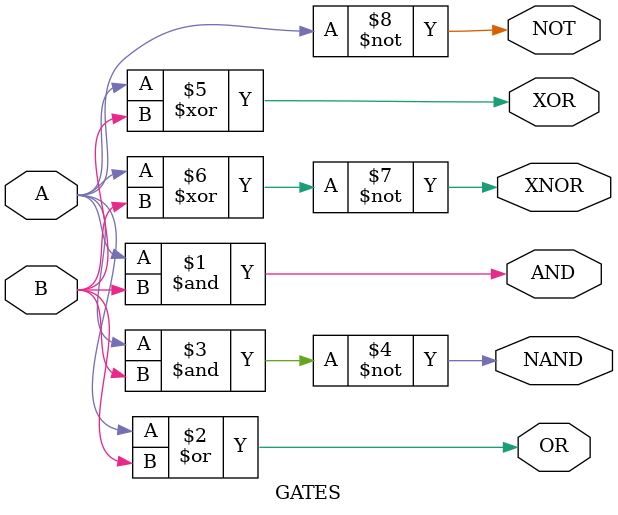
<source format=v>
`timescale 1ns / 1ps

module GATES(A,B,AND,OR,NAND,XOR, XNOR,NOT);
input A,B;
output AND,OR,NAND,XOR,XNOR,NOT;

and(AND,A,B);
or(OR,A,B);
nand(NAND,A,B);
xor(XOR,A,B);
xnor(XNOR,A,B);
not(NOT,A);

endmodule

</source>
